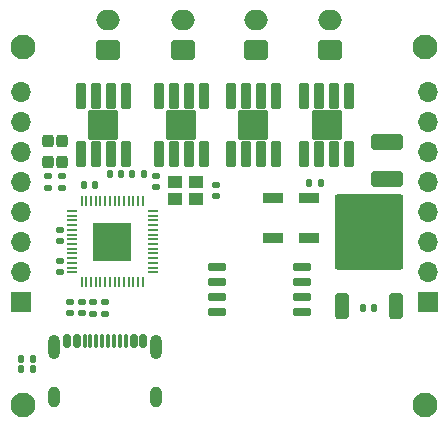
<source format=gbr>
%TF.GenerationSoftware,KiCad,Pcbnew,7.0.11*%
%TF.CreationDate,2025-01-20T01:41:03+09:00*%
%TF.ProjectId,MD,4d442e6b-6963-4616-945f-706362585858,rev?*%
%TF.SameCoordinates,Original*%
%TF.FileFunction,Soldermask,Top*%
%TF.FilePolarity,Negative*%
%FSLAX46Y46*%
G04 Gerber Fmt 4.6, Leading zero omitted, Abs format (unit mm)*
G04 Created by KiCad (PCBNEW 7.0.11) date 2025-01-20 01:41:03*
%MOMM*%
%LPD*%
G01*
G04 APERTURE LIST*
G04 Aperture macros list*
%AMRoundRect*
0 Rectangle with rounded corners*
0 $1 Rounding radius*
0 $2 $3 $4 $5 $6 $7 $8 $9 X,Y pos of 4 corners*
0 Add a 4 corners polygon primitive as box body*
4,1,4,$2,$3,$4,$5,$6,$7,$8,$9,$2,$3,0*
0 Add four circle primitives for the rounded corners*
1,1,$1+$1,$2,$3*
1,1,$1+$1,$4,$5*
1,1,$1+$1,$6,$7*
1,1,$1+$1,$8,$9*
0 Add four rect primitives between the rounded corners*
20,1,$1+$1,$2,$3,$4,$5,0*
20,1,$1+$1,$4,$5,$6,$7,0*
20,1,$1+$1,$6,$7,$8,$9,0*
20,1,$1+$1,$8,$9,$2,$3,0*%
G04 Aperture macros list end*
%ADD10RoundRect,0.140000X0.140000X0.170000X-0.140000X0.170000X-0.140000X-0.170000X0.140000X-0.170000X0*%
%ADD11RoundRect,0.135000X0.185000X-0.135000X0.185000X0.135000X-0.185000X0.135000X-0.185000X-0.135000X0*%
%ADD12RoundRect,0.300000X-0.700000X-0.300000X0.700000X-0.300000X0.700000X0.300000X-0.700000X0.300000X0*%
%ADD13RoundRect,0.140000X-0.140000X-0.170000X0.140000X-0.170000X0.140000X0.170000X-0.140000X0.170000X0*%
%ADD14RoundRect,0.140000X-0.170000X0.140000X-0.170000X-0.140000X0.170000X-0.140000X0.170000X0.140000X0*%
%ADD15RoundRect,0.150000X-0.150000X-0.425000X0.150000X-0.425000X0.150000X0.425000X-0.150000X0.425000X0*%
%ADD16RoundRect,0.075000X-0.075000X-0.500000X0.075000X-0.500000X0.075000X0.500000X-0.075000X0.500000X0*%
%ADD17O,1.000000X2.100000*%
%ADD18O,1.000000X1.800000*%
%ADD19RoundRect,0.140000X0.170000X-0.140000X0.170000X0.140000X-0.170000X0.140000X-0.170000X-0.140000X0*%
%ADD20RoundRect,0.250000X0.750000X-0.600000X0.750000X0.600000X-0.750000X0.600000X-0.750000X-0.600000X0*%
%ADD21O,2.000000X1.700000*%
%ADD22R,1.150000X1.000000*%
%ADD23C,2.100000*%
%ADD24RoundRect,0.135000X-0.135000X-0.185000X0.135000X-0.185000X0.135000X0.185000X-0.135000X0.185000X0*%
%ADD25RoundRect,0.250000X-1.100000X0.412500X-1.100000X-0.412500X1.100000X-0.412500X1.100000X0.412500X0*%
%ADD26R,1.700000X1.700000*%
%ADD27O,1.700000X1.700000*%
%ADD28R,1.700000X0.900000*%
%ADD29RoundRect,0.098000X0.294000X-0.989000X0.294000X0.989000X-0.294000X0.989000X-0.294000X-0.989000X0*%
%ADD30RoundRect,0.102000X1.142500X-1.142500X1.142500X1.142500X-1.142500X1.142500X-1.142500X-1.142500X0*%
%ADD31RoundRect,0.150000X0.650000X0.150000X-0.650000X0.150000X-0.650000X-0.150000X0.650000X-0.150000X0*%
%ADD32RoundRect,0.135000X0.135000X0.185000X-0.135000X0.185000X-0.135000X-0.185000X0.135000X-0.185000X0*%
%ADD33RoundRect,0.250000X0.350000X-0.850000X0.350000X0.850000X-0.350000X0.850000X-0.350000X-0.850000X0*%
%ADD34RoundRect,0.249997X2.650003X-2.950003X2.650003X2.950003X-2.650003X2.950003X-2.650003X-2.950003X0*%
%ADD35RoundRect,0.237500X-0.237500X0.287500X-0.237500X-0.287500X0.237500X-0.287500X0.237500X0.287500X0*%
%ADD36RoundRect,0.050000X0.387500X0.050000X-0.387500X0.050000X-0.387500X-0.050000X0.387500X-0.050000X0*%
%ADD37RoundRect,0.050000X0.050000X0.387500X-0.050000X0.387500X-0.050000X-0.387500X0.050000X-0.387500X0*%
%ADD38R,3.200000X3.200000*%
G04 APERTURE END LIST*
D10*
%TO.C,C7*%
X143609000Y-79375000D03*
X142649000Y-79375000D03*
%TD*%
D11*
%TO.C,R9*%
X138634000Y-80562500D03*
X138634000Y-79542500D03*
%TD*%
D12*
%TO.C,REF\u002A\u002A*%
X148717000Y-74879200D03*
%TD*%
D13*
%TO.C,C3*%
X140490000Y-80264000D03*
X141450000Y-80264000D03*
%TD*%
D14*
%TO.C,C6*%
X138457000Y-86727000D03*
X138457000Y-87687000D03*
%TD*%
D12*
%TO.C,REF\u002A\u002A*%
X154813000Y-74879200D03*
%TD*%
D15*
%TO.C,J1*%
X139086000Y-93472000D03*
X139886000Y-93472000D03*
D16*
X141036000Y-93472000D03*
X142036000Y-93472000D03*
X142536000Y-93472000D03*
X143536000Y-93472000D03*
D15*
X144686000Y-93472000D03*
X145486000Y-93472000D03*
X145486000Y-93472000D03*
X144686000Y-93472000D03*
D16*
X144036000Y-93472000D03*
X143036000Y-93472000D03*
X141536000Y-93472000D03*
X140536000Y-93472000D03*
D15*
X139886000Y-93472000D03*
X139086000Y-93472000D03*
D17*
X137966000Y-94047000D03*
D18*
X137966000Y-98227000D03*
D17*
X146606000Y-94047000D03*
D18*
X146606000Y-98227000D03*
%TD*%
D19*
%TO.C,C5*%
X139275000Y-91154000D03*
X139275000Y-90194000D03*
%TD*%
D11*
%TO.C,R4*%
X142240000Y-91186000D03*
X142240000Y-90166000D03*
%TD*%
D20*
%TO.C,J7*%
X161290000Y-68834000D03*
D21*
X161290000Y-66334000D03*
%TD*%
D22*
%TO.C,Y1*%
X148223000Y-81472000D03*
X149973000Y-81472000D03*
X149973000Y-80072000D03*
X148223000Y-80072000D03*
%TD*%
D23*
%TO.C,REF\u002A\u002A*%
X169360000Y-98950000D03*
%TD*%
D24*
%TO.C,R6*%
X144524000Y-79375000D03*
X145544000Y-79375000D03*
%TD*%
D25*
%TO.C,C10*%
X166116000Y-76669500D03*
X166116000Y-79794500D03*
%TD*%
D26*
%TO.C,J2*%
X135128000Y-90170000D03*
D27*
X135128000Y-87630000D03*
X135128000Y-85090000D03*
X135128000Y-82550000D03*
X135128000Y-80010000D03*
X135128000Y-77470000D03*
X135128000Y-74930000D03*
X135128000Y-72390000D03*
%TD*%
D23*
%TO.C,REF\u002A\u002A*%
X135350000Y-98950000D03*
%TD*%
D19*
%TO.C,C9*%
X138457000Y-85057000D03*
X138457000Y-84097000D03*
%TD*%
D26*
%TO.C,J3*%
X169570000Y-90170000D03*
D27*
X169570000Y-87630000D03*
X169570000Y-85090000D03*
X169570000Y-82550000D03*
X169570000Y-80010000D03*
X169570000Y-77470000D03*
X169570000Y-74930000D03*
X169570000Y-72390000D03*
%TD*%
D28*
%TO.C,SW1*%
X156464000Y-81358000D03*
X156464000Y-84758000D03*
%TD*%
D20*
%TO.C,J6*%
X155067000Y-68834000D03*
D21*
X155067000Y-66334000D03*
%TD*%
D11*
%TO.C,R8*%
X137414000Y-80562500D03*
X137414000Y-79542500D03*
%TD*%
D29*
%TO.C,U3*%
X140208000Y-77654000D03*
X141478000Y-77654000D03*
X142748000Y-77654000D03*
X144018000Y-77654000D03*
X144018000Y-72714000D03*
X142748000Y-72714000D03*
X141478000Y-72714000D03*
X140208000Y-72714000D03*
D30*
X142113000Y-75184000D03*
%TD*%
D31*
%TO.C,U1*%
X158921000Y-91059000D03*
X158921000Y-89789000D03*
X158921000Y-88519000D03*
X158921000Y-87249000D03*
X151721000Y-87249000D03*
X151721000Y-88519000D03*
X151721000Y-89789000D03*
X151721000Y-91059000D03*
%TD*%
D10*
%TO.C,C11*%
X165044000Y-90678000D03*
X164084000Y-90678000D03*
%TD*%
D28*
%TO.C,SW2*%
X159512000Y-81358000D03*
X159512000Y-84758000D03*
%TD*%
D32*
%TO.C,R1*%
X136146000Y-94996000D03*
X135126000Y-94996000D03*
%TD*%
%TO.C,R2*%
X136146000Y-95885000D03*
X135126000Y-95885000D03*
%TD*%
D20*
%TO.C,J5*%
X148844000Y-68834000D03*
D21*
X148844000Y-66334000D03*
%TD*%
D12*
%TO.C,REF\u002A\u002A*%
X161036000Y-74828400D03*
%TD*%
%TO.C,REF\u002A\u002A*%
X142113000Y-74879200D03*
%TD*%
D33*
%TO.C,U7*%
X166874500Y-90560000D03*
X162314500Y-90560000D03*
D34*
X164594500Y-84260000D03*
%TD*%
D14*
%TO.C,C2*%
X146558000Y-79530000D03*
X146558000Y-80490000D03*
%TD*%
D35*
%TO.C,D3*%
X138634000Y-76595000D03*
X138634000Y-78345000D03*
%TD*%
D29*
%TO.C,U4*%
X152908000Y-77654000D03*
X154178000Y-77654000D03*
X155448000Y-77654000D03*
X156718000Y-77654000D03*
X156718000Y-72714000D03*
X155448000Y-72714000D03*
X154178000Y-72714000D03*
X152908000Y-72714000D03*
D30*
X154813000Y-75184000D03*
%TD*%
D14*
%TO.C,C1*%
X151638000Y-80292000D03*
X151638000Y-81252000D03*
%TD*%
D24*
%TO.C,R5*%
X159508000Y-80137000D03*
X160528000Y-80137000D03*
%TD*%
D20*
%TO.C,J4*%
X142494000Y-68834000D03*
D21*
X142494000Y-66334000D03*
%TD*%
D36*
%TO.C,U2*%
X146312500Y-87688000D03*
X146312500Y-87288000D03*
X146312500Y-86888000D03*
X146312500Y-86488000D03*
X146312500Y-86088000D03*
X146312500Y-85688000D03*
X146312500Y-85288000D03*
X146312500Y-84888000D03*
X146312500Y-84488000D03*
X146312500Y-84088000D03*
X146312500Y-83688000D03*
X146312500Y-83288000D03*
X146312500Y-82888000D03*
X146312500Y-82488000D03*
D37*
X145475000Y-81650500D03*
X145075000Y-81650500D03*
X144675000Y-81650500D03*
X144275000Y-81650500D03*
X143875000Y-81650500D03*
X143475000Y-81650500D03*
X143075000Y-81650500D03*
X142675000Y-81650500D03*
X142275000Y-81650500D03*
X141875000Y-81650500D03*
X141475000Y-81650500D03*
X141075000Y-81650500D03*
X140675000Y-81650500D03*
X140275000Y-81650500D03*
D36*
X139437500Y-82488000D03*
X139437500Y-82888000D03*
X139437500Y-83288000D03*
X139437500Y-83688000D03*
X139437500Y-84088000D03*
X139437500Y-84488000D03*
X139437500Y-84888000D03*
X139437500Y-85288000D03*
X139437500Y-85688000D03*
X139437500Y-86088000D03*
X139437500Y-86488000D03*
X139437500Y-86888000D03*
X139437500Y-87288000D03*
X139437500Y-87688000D03*
D37*
X140275000Y-88525500D03*
X140675000Y-88525500D03*
X141075000Y-88525500D03*
X141475000Y-88525500D03*
X141875000Y-88525500D03*
X142275000Y-88525500D03*
X142675000Y-88525500D03*
X143075000Y-88525500D03*
X143475000Y-88525500D03*
X143875000Y-88525500D03*
X144275000Y-88525500D03*
X144675000Y-88525500D03*
X145075000Y-88525500D03*
X145475000Y-88525500D03*
D38*
X142875000Y-85088000D03*
%TD*%
D29*
%TO.C,U5*%
X146812000Y-77654000D03*
X148082000Y-77654000D03*
X149352000Y-77654000D03*
X150622000Y-77654000D03*
X150622000Y-72714000D03*
X149352000Y-72714000D03*
X148082000Y-72714000D03*
X146812000Y-72714000D03*
D30*
X148717000Y-75184000D03*
%TD*%
D35*
%TO.C,D2*%
X137414000Y-76595000D03*
X137414000Y-78345000D03*
%TD*%
D23*
%TO.C,REF\u002A\u002A*%
X135350000Y-68570000D03*
%TD*%
%TO.C,REF\u002A\u002A*%
X169350000Y-68580000D03*
%TD*%
D11*
%TO.C,R3*%
X141223000Y-91184000D03*
X141223000Y-90164000D03*
%TD*%
D29*
%TO.C,U6*%
X159131000Y-77654000D03*
X160401000Y-77654000D03*
X161671000Y-77654000D03*
X162941000Y-77654000D03*
X162941000Y-72714000D03*
X161671000Y-72714000D03*
X160401000Y-72714000D03*
X159131000Y-72714000D03*
D30*
X161036000Y-75184000D03*
%TD*%
D19*
%TO.C,C4*%
X140291000Y-91154000D03*
X140291000Y-90194000D03*
%TD*%
M02*

</source>
